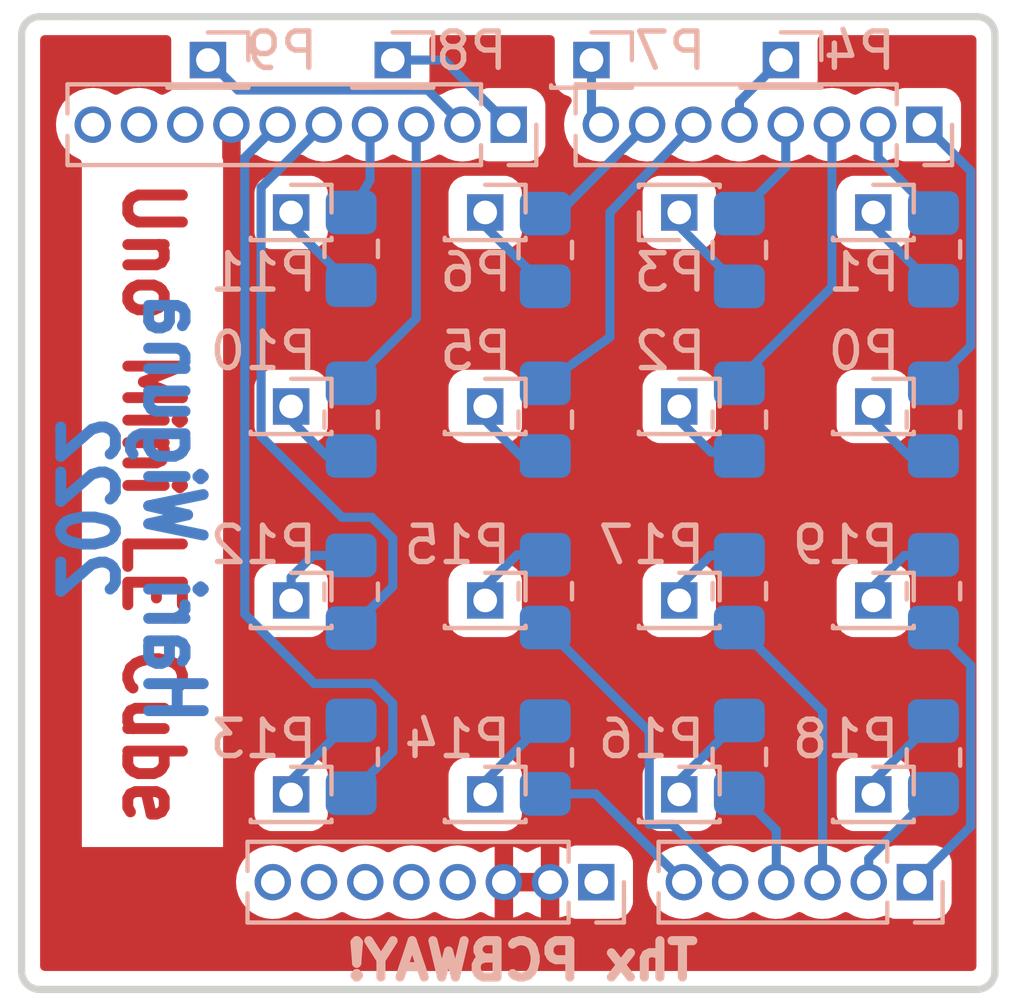
<source format=kicad_pcb>
(kicad_pcb (version 20211014) (generator pcbnew)
  (layers (0 "F.Cu" signal) (31 "B.Cu" signal) (34 "B.Paste" user) (35 "F.Paste" user) (36 "B.SilkS" user "B.Silkscreen") (37 "F.SilkS" user "F.Silkscreen") (38 "B.Mask" user) (39 "F.Mask" user) (44 "Edge.Cuts" user))
  (net 0 "")
  (net 1 "/D0")
  (net 2 "/D1")
  (net 3 "/D2")
  (net 4 "/D3")
  (net 5 "/D4")
  (net 6 "/D5")
  (net 7 "/D6")
  (net 8 "/D7")
  (net 9 "/A0")
  (net 10 "/A1")
  (net 11 "/A2")
  (net 12 "/A3")
  (net 13 "/NC")
  (net 14 "/RST")
  (net 15 "/+3")
  (net 16 "/+5")
  (net 17 "/GND")
  (net 18 "/VIN")
  (net 19 "Net-(P0-Pad1)")
  (net 20 "Net-(P1-Pad1)")
  (net 21 "Net-(P2-Pad1)")
  (net 22 "Net-(P3-Pad1)")
  (net 23 "Net-(P5-Pad1)")
  (net 24 "Net-(P6-Pad1)")
  (net 25 "Net-(P10-Pad1)")
  (net 26 "Net-(P11-Pad1)")
  (net 27 "/D8")
  (net 28 "/D9")
  (net 29 "/D10")
  (net 30 "/D11")
  (net 31 "/D12")
  (net 32 "/D13")
  (net 33 "/AREF")
  (net 34 "/A4")
  (net 35 "/A5")
  (net 36 "/IREF")
  (net 37 "Net-(P12-Pad1)")
  (net 38 "Net-(P13-Pad1)")
  (net 39 "Net-(P14-Pad1)")
  (net 40 "Net-(P15-Pad1)")
  (net 41 "Net-(P16-Pad1)")
  (net 42 "Net-(P17-Pad1)")
  (net 43 "Net-(P18-Pad1)")
  (net 44 "Net-(P19-Pad1)")
  (net 45 "/SDA")
  (net 46 "/SCL")
  (footprint "UnoMiniCube:PinHeader_1x01_P1.27mm_Vertical_Hari" (layer "B.Cu") (at 163.449 97.917 180)
    (fp_text reference "P18" (at 0.762 1.524) (layer "B.SilkS") (effects (justify mirror)))
    (fp_text value "Conn_01x01_Male" hide)
    (fp_line (start -1.11 -0.76) (end -1.11 -0.695) (layer "B.SilkS") (width 0.12))
    (fp_line (start -1.11 0) (end -1.11 0.76) (layer "B.SilkS") (width 0.12))
    (fp_line (start 1.11 -0.76) (end 1.11 -0.695) (layer "B.SilkS") (width 0.12))
    (fp_line (start -1.11 0.76) (end 0 0.76) (layer "B.SilkS") (width 0.12))
    (fp_line (start -1.11 -0.76) (end -0.563471 -0.76) (layer "B.SilkS") (width 0.12))
    (fp_line (start -1.11 -0.76) (end 1.11 -0.76) (layer "B.SilkS") (width 0.12))
    (fp_line (start 0.563471 -0.76) (end 1.11 -0.76) (layer "B.SilkS") (width 0.12))
    (pad "1" thru_hole rect (at 0 0 180) (size 1 1) (drill 0.65) (layers *.Cu *.Mask) (net 43 "Net-(P18-Pad1)"))
  )
  (footprint "Resistor_SMD:R_0805_2012Metric_Pad1.20x1.40mm_HandSolder" (layer "B.Cu") (at 149.098 96.885 -90)
    (fp_text reference "R14" hide)
    (fp_text value "1K" hide)
    (fp_line (start -0.227064 -0.735) (end 0.227064 -0.735) (layer "B.SilkS") (width 0.12))
    (fp_line (start -0.227064 0.735) (end 0.227064 0.735) (layer "B.SilkS") (width 0.12))
    (pad "1" smd roundrect (at -1 0 270) (size 1.2 1.4) (layers "B.Cu" "B.Paste" "B.Mask") (roundrect_rratio 0.2083333333) (net 38 "Net-(P13-Pad1)"))
    (pad "2" smd roundrect (at 1 0 270) (size 1.2 1.4) (layers "B.Cu" "B.Paste" "B.Mask") (roundrect_rratio 0.2083333333) (net 32 "/D13"))
  )
  (footprint "Resistor_SMD:R_0805_2012Metric_Pad1.20x1.40mm_HandSolder" (layer "B.Cu") (at 165.1 96.901 -90)
    (fp_text reference "R16" hide)
    (fp_text value "1K" hide)
    (fp_line (start -0.227064 0.735) (end 0.227064 0.735) (layer "B.SilkS") (width 0.12))
    (fp_line (start -0.227064 -0.735) (end 0.227064 -0.735) (layer "B.SilkS") (width 0.12))
    (pad "1" smd roundrect (at -1 0 270) (size 1.2 1.4) (layers "B.Cu" "B.Paste" "B.Mask") (roundrect_rratio 0.2083333333) (net 43 "Net-(P18-Pad1)"))
    (pad "2" smd roundrect (at 1 0 270) (size 1.2 1.4) (layers "B.Cu" "B.Paste" "B.Mask") (roundrect_rratio 0.2083333333) (net 34 "/A4"))
  )
  (footprint "Resistor_SMD:R_0805_2012Metric_Pad1.20x1.40mm_HandSolder" (layer "B.Cu") (at 154.432 87.612 90)
    (fp_text reference "R6" hide)
    (fp_text value "1K" hide)
    (fp_line (start -0.227064 -0.735) (end 0.227064 -0.735) (layer "B.SilkS") (width 0.12))
    (fp_line (start -0.227064 0.735) (end 0.227064 0.735) (layer "B.SilkS") (width 0.12))
    (pad "1" smd roundrect (at -1 0 90) (size 1.2 1.4) (layers "B.Cu" "B.Paste" "B.Mask") (roundrect_rratio 0.2083333333) (net 23 "Net-(P5-Pad1)"))
    (pad "2" smd roundrect (at 1 0 90) (size 1.2 1.4) (layers "B.Cu" "B.Paste" "B.Mask") (roundrect_rratio 0.2083333333) (net 6 "/D5"))
  )
  (footprint "Connector_PinHeader_1.27mm:PinHeader_1x08_P1.27mm_Vertical" (layer "B.Cu") (at 164.851 79.502 90)
    (fp_text reference "J1" hide)
    (fp_text value "Conn_01x08_Male" hide)
    (fp_line (start -1.11 0) (end -1.11 0.76) (layer "B.SilkS") (width 0.12))
    (fp_line (start -1.11 -9.585) (end -0.30753 -9.585) (layer "B.SilkS") (width 0.12))
    (fp_line (start 0.30753 -9.585) (end 1.11 -9.585) (layer "B.SilkS") (width 0.12))
    (fp_line (start -1.11 -0.76) (end -0.563471 -0.76) (layer "B.SilkS") (width 0.12))
    (fp_line (start 0.563471 -0.76) (end 1.11 -0.76) (layer "B.SilkS") (width 0.12))
    (fp_line (start -1.11 0.76) (end 0 0.76) (layer "B.SilkS") (width 0.12))
    (fp_line (start -1.11 -0.76) (end -1.11 -9.585) (layer "B.SilkS") (width 0.12))
    (fp_line (start 1.11 -0.76) (end 1.11 -9.585) (layer "B.SilkS") (width 0.12))
    (pad "1" thru_hole rect (at 0 0 90) (size 1 1) (drill 0.65) (layers *.Cu *.Mask) (net 1 "/D0"))
    (pad "2" thru_hole oval (at 0 -1.27 90) (size 1 1) (drill 0.65) (layers *.Cu *.Mask) (net 2 "/D1"))
    (pad "3" thru_hole oval (at 0 -2.54 90) (size 1 1) (drill 0.65) (layers *.Cu *.Mask) (net 3 "/D2"))
    (pad "4" thru_hole oval (at 0 -3.81 90) (size 1 1) (drill 0.65) (layers *.Cu *.Mask) (net 4 "/D3"))
    (pad "5" thru_hole oval (at 0 -5.08 90) (size 1 1) (drill 0.65) (layers *.Cu *.Mask) (net 5 "/D4"))
    (pad "6" thru_hole oval (at 0 -6.35 90) (size 1 1) (drill 0.65) (layers *.Cu *.Mask) (net 6 "/D5"))
    (pad "7" thru_hole oval (at 0 -7.62 90) (size 1 1) (drill 0.65) (layers *.Cu *.Mask) (net 7 "/D6"))
    (pad "8" thru_hole oval locked (at 0 -8.89 90) (size 1 1) (drill 0.65) (layers *.Cu *.Mask) (net 8 "/D7"))
  )
  (footprint "UnoMiniCube:PinHeader_1x01_P1.27mm_Vertical_Hari" (layer "B.Cu") (at 150.241 77.724 180)
    (fp_text reference "P8" (at -2.159 0.254) (layer "B.SilkS") (effects (justify mirror)))
    (fp_text value "Conn_01x01_Male" hide)
    (fp_line (start 0.563471 -0.76) (end 1.11 -0.76) (layer "B.SilkS") (width 0.12))
    (fp_line (start -1.11 0) (end -1.11 0.76) (layer "B.SilkS") (width 0.12))
    (fp_line (start -1.11 -0.76) (end 1.11 -0.76) (layer "B.SilkS") (width 0.12))
    (fp_line (start -1.11 -0.76) (end -0.563471 -0.76) (layer "B.SilkS") (width 0.12))
    (fp_line (start -1.11 -0.76) (end -1.11 -0.695) (layer "B.SilkS") (width 0.12))
    (fp_line (start 1.11 -0.76) (end 1.11 -0.695) (layer "B.SilkS") (width 0.12))
    (fp_line (start -1.11 0.76) (end 0 0.76) (layer "B.SilkS") (width 0.12))
    (pad "1" thru_hole rect (at 0 0 180) (size 1 1) (drill 0.65) (layers *.Cu *.Mask) (net 27 "/D8"))
  )
  (footprint "Resistor_SMD:R_0805_2012Metric_Pad1.20x1.40mm_HandSolder" (layer "B.Cu") (at 165.1 87.612 90)
    (fp_text reference "R1" hide)
    (fp_text value "1K" hide)
    (fp_line (start -0.227064 0.735) (end 0.227064 0.735) (layer "B.SilkS") (width 0.12))
    (fp_line (start -0.227064 -0.735) (end 0.227064 -0.735) (layer "B.SilkS") (width 0.12))
    (pad "1" smd roundrect (at -1 0 90) (size 1.2 1.4) (layers "B.Cu" "B.Paste" "B.Mask") (roundrect_rratio 0.2083333333) (net 19 "Net-(P0-Pad1)"))
    (pad "2" smd roundrect (at 1 0 90) (size 1.2 1.4) (layers "B.Cu" "B.Paste" "B.Mask") (roundrect_rratio 0.2083333333) (net 1 "/D0"))
  )
  (footprint "UnoMiniCube:PinHeader_1x01_P1.27mm_Vertical_Hari" (layer "B.Cu") (at 147.447 97.917 180)
    (fp_text reference "P13" (at 0.762 1.524) (layer "B.SilkS") (effects (justify mirror)))
    (fp_text value "Conn_01x01_Male" hide)
    (fp_line (start -1.11 0) (end -1.11 0.76) (layer "B.SilkS") (width 0.12))
    (fp_line (start -1.11 -0.76) (end -0.563471 -0.76) (layer "B.SilkS") (width 0.12))
    (fp_line (start 1.11 -0.76) (end 1.11 -0.695) (layer "B.SilkS") (width 0.12))
    (fp_line (start -1.11 0.76) (end 0 0.76) (layer "B.SilkS") (width 0.12))
    (fp_line (start -1.11 -0.76) (end 1.11 -0.76) (layer "B.SilkS") (width 0.12))
    (fp_line (start 0.563471 -0.76) (end 1.11 -0.76) (layer "B.SilkS") (width 0.12))
    (fp_line (start -1.11 -0.76) (end -1.11 -0.695) (layer "B.SilkS") (width 0.12))
    (pad "1" thru_hole rect (at 0 0 180) (size 1 1) (drill 0.65) (layers *.Cu *.Mask) (net 38 "Net-(P13-Pad1)"))
  )
  (footprint "Connector_PinHeader_1.27mm:PinHeader_1x10_P1.27mm_Vertical" (layer "B.Cu") (at 153.426 79.502 90)
    (fp_text reference "J2" hide)
    (fp_text value "Conn_01x10_Male" hide)
    (fp_line (start -1.11 0) (end -1.11 0.76) (layer "B.SilkS") (width 0.12))
    (fp_line (start -1.11 -12.125) (end -0.30753 -12.125) (layer "B.SilkS") (width 0.12))
    (fp_line (start 0.30753 -12.125) (end 1.11 -12.125) (layer "B.SilkS") (width 0.12))
    (fp_line (start 1.11 -0.76) (end 1.11 -12.125) (layer "B.SilkS") (width 0.12))
    (fp_line (start -1.11 -0.76) (end -0.563471 -0.76) (layer "B.SilkS") (width 0.12))
    (fp_line (start 0.563471 -0.76) (end 1.11 -0.76) (layer "B.SilkS") (width 0.12))
    (fp_line (start -1.11 -0.76) (end -1.11 -12.125) (layer "B.SilkS") (width 0.12))
    (fp_line (start -1.11 0.76) (end 0 0.76) (layer "B.SilkS") (width 0.12))
    (pad "1" thru_hole rect (at 0 0 90) (size 1 1) (drill 0.65) (layers *.Cu *.Mask) (net 27 "/D8"))
    (pad "2" thru_hole oval (at 0 -1.27 90) (size 1 1) (drill 0.65) (layers *.Cu *.Mask) (net 28 "/D9"))
    (pad "3" thru_hole oval locked (at 0 -2.54 90) (size 1 1) (drill 0.65) (layers *.Cu *.Mask) (net 29 "/D10"))
    (pad "4" thru_hole oval (at 0 -3.81 90) (size 1 1) (drill 0.65) (layers *.Cu *.Mask) (net 30 "/D11"))
    (pad "5" thru_hole oval (at 0 -5.08 90) (size 1 1) (drill 0.65) (layers *.Cu *.Mask) (net 31 "/D12"))
    (pad "6" thru_hole oval (at 0 -6.35 90) (size 1 1) (drill 0.65) (layers *.Cu *.Mask) (net 32 "/D13"))
    (pad "7" thru_hole oval (at 0 -7.62 90) (size 1 1) (drill 0.65) (layers *.Cu *.Mask) (net 17 "/GND"))
    (pad "8" thru_hole oval (at 0 -8.89 90) (size 1 1) (drill 0.65) (layers *.Cu *.Mask) (net 33 "/AREF"))
    (pad "9" thru_hole oval (at 0 -10.16 90) (size 1 1) (drill 0.65) (layers *.Cu *.Mask) (net 45 "/SDA"))
    (pad "10" thru_hole oval (at 0 -11.43 90) (size 1 1) (drill 0.65) (layers *.Cu *.Mask) (net 46 "/SCL"))
  )
  (footprint "Resistor_SMD:R_0805_2012Metric_Pad1.20x1.40mm_HandSolder" (layer "B.Cu") (at 154.432 92.329 -90)
    (fp_text reference "R18" hide)
    (fp_text value "1K" hide)
    (fp_line (start -0.227064 0.735) (end 0.227064 0.735) (layer "B.SilkS") (width 0.12))
    (fp_line (start -0.227064 -0.735) (end 0.227064 -0.735) (layer "B.SilkS") (width 0.12))
    (pad "1" smd roundrect (at -1 0 270) (size 1.2 1.4) (layers "B.Cu" "B.Paste" "B.Mask") (roundrect_rratio 0.2083333333) (net 40 "Net-(P15-Pad1)"))
    (pad "2" smd roundrect (at 1 0 270) (size 1.2 1.4) (layers "B.Cu" "B.Paste" "B.Mask") (roundrect_rratio 0.2083333333) (net 10 "/A1"))
  )
  (footprint "Resistor_SMD:R_0805_2012Metric_Pad1.20x1.40mm_HandSolder" (layer "B.Cu") (at 149.098 82.915 90)
    (fp_text reference "R12" hide)
    (fp_text value "1K")
    (fp_line (start -0.227064 0.735) (end 0.227064 0.735) (layer "B.SilkS") (width 0.12))
    (fp_line (start -0.227064 -0.735) (end 0.227064 -0.735) (layer "B.SilkS") (width 0.12))
    (pad "1" smd roundrect (at -1 0 90) (size 1.2 1.4) (layers "B.Cu" "B.Paste" "B.Mask") (roundrect_rratio 0.2083333333) (net 26 "Net-(P11-Pad1)"))
    (pad "2" smd roundrect (at 1 0 90) (size 1.2 1.4) (layers "B.Cu" "B.Paste" "B.Mask") (roundrect_rratio 0.2083333333) (net 30 "/D11"))
  )
  (footprint "UnoMiniCube:PinHeader_1x01_P1.27mm_Vertical_Hari" (layer "B.Cu") (at 158.115 92.583 180)
    (fp_text reference "P17" (at 0.762 1.524) (layer "B.SilkS") (effects (justify mirror)))
    (fp_text value "Conn_01x01_Male" hide)
    (fp_line (start -1.11 0) (end -1.11 0.76) (layer "B.SilkS") (width 0.12))
    (fp_line (start -1.11 -0.76) (end -1.11 -0.695) (layer "B.SilkS") (width 0.12))
    (fp_line (start -1.11 -0.76) (end 1.11 -0.76) (layer "B.SilkS") (width 0.12))
    (fp_line (start -1.11 -0.76) (end -0.563471 -0.76) (layer "B.SilkS") (width 0.12))
    (fp_line (start 1.11 -0.76) (end 1.11 -0.695) (layer "B.SilkS") (width 0.12))
    (fp_line (start -1.11 0.76) (end 0 0.76) (layer "B.SilkS") (width 0.12))
    (fp_line (start 0.563471 -0.76) (end 1.11 -0.76) (layer "B.SilkS") (width 0.12))
    (pad "1" thru_hole rect (at 0 0 180) (size 1 1) (drill 0.65) (layers *.Cu *.Mask) (net 42 "Net-(P17-Pad1)"))
  )
  (footprint "UnoMiniCube:PinHeader_1x01_P1.27mm_Vertical_Hari" (layer "B.Cu") (at 158.115 87.249 180)
    (fp_text reference "P2" (at 0.254 1.524) (layer "B.SilkS") (effects (justify mirror)))
    (fp_text value "Conn_01x01_Male" hide)
    (fp_line (start 1.11 -0.76) (end 1.11 -0.695) (layer "B.SilkS") (width 0.12))
    (fp_line (start -1.11 0.76) (end 0 0.76) (layer "B.SilkS") (width 0.12))
    (fp_line (start -1.11 0) (end -1.11 0.76) (layer "B.SilkS") (width 0.12))
    (fp_line (start -1.11 -0.76) (end 1.11 -0.76) (layer "B.SilkS") (width 0.12))
    (fp_line (start 0.563471 -0.76) (end 1.11 -0.76) (layer "B.SilkS") (width 0.12))
    (fp_line (start -1.11 -0.76) (end -1.11 -0.695) (layer "B.SilkS") (width 0.12))
    (fp_line (start -1.11 -0.76) (end -0.563471 -0.76) (layer "B.SilkS") (width 0.12))
    (pad "1" thru_hole rect (at 0 0 180) (size 1 1) (drill 0.65) (layers *.Cu *.Mask) (net 21 "Net-(P2-Pad1)"))
  )
  (footprint "Resistor_SMD:R_0805_2012Metric_Pad1.20x1.40mm_HandSolder" (layer "B.Cu") (at 159.766 92.329 -90)
    (fp_text reference "R5" hide)
    (fp_text value "1K" hide)
    (fp_line (start -0.227064 -0.735) (end 0.227064 -0.735) (layer "B.SilkS") (width 0.12))
    (fp_line (start -0.227064 0.735) (end 0.227064 0.735) (layer "B.SilkS") (width 0.12))
    (pad "1" smd roundrect (at -1 0 270) (size 1.2 1.4) (layers "B.Cu" "B.Paste" "B.Mask") (roundrect_rratio 0.2083333333) (net 42 "Net-(P17-Pad1)"))
    (pad "2" smd roundrect (at 1 0 270) (size 1.2 1.4) (layers "B.Cu" "B.Paste" "B.Mask") (roundrect_rratio 0.2083333333) (net 12 "/A3"))
  )
  (footprint "Resistor_SMD:R_0805_2012Metric_Pad1.20x1.40mm_HandSolder" (layer "B.Cu") (at 159.766 87.612 90)
    (fp_text reference "R3" hide)
    (fp_text value "1K" hide)
    (fp_line (start -0.227064 -0.735) (end 0.227064 -0.735) (layer "B.SilkS") (width 0.12))
    (fp_line (start -0.227064 0.735) (end 0.227064 0.735) (layer "B.SilkS") (width 0.12))
    (pad "1" smd roundrect (at -1 0 90) (size 1.2 1.4) (layers "B.Cu" "B.Paste" "B.Mask") (roundrect_rratio 0.2083333333) (net 21 "Net-(P2-Pad1)"))
    (pad "2" smd roundrect (at 1 0 90) (size 1.2 1.4) (layers "B.Cu" "B.Paste" "B.Mask") (roundrect_rratio 0.2083333333) (net 3 "/D2"))
  )
  (footprint "Connector_PinHeader_1.27mm:PinHeader_1x08_P1.27mm_Vertical" (layer "B.Cu") (at 155.834 100.33 90)
    (fp_text reference "J4" hide)
    (fp_text value "Conn_01x08_Male" hide)
    (fp_line (start -1.11 0.76) (end 0 0.76) (layer "B.SilkS") (width 0.12))
    (fp_line (start 0.30753 -9.585) (end 1.11 -9.585) (layer "B.SilkS") (width 0.12))
    (fp_line (start -1.11 -0.76) (end -0.563471 -0.76) (layer "B.SilkS") (width 0.12))
    (fp_line (start 1.11 -0.76) (end 1.11 -9.585) (layer "B.SilkS") (width 0.12))
    (fp_line (start -1.11 -0.76) (end -1.11 -9.585) (layer "B.SilkS") (width 0.12))
    (fp_line (start 0.563471 -0.76) (end 1.11 -0.76) (layer "B.SilkS") (width 0.12))
    (fp_line (start -1.11 -9.585) (end -0.30753 -9.585) (layer "B.SilkS") (width 0.12))
    (fp_line (start -1.11 0) (end -1.11 0.76) (layer "B.SilkS") (width 0.12))
    (pad "1" thru_hole rect locked (at 0 0 90) (size 1 1) (drill 0.65) (layers *.Cu *.Mask) (net 18 "/VIN"))
    (pad "2" thru_hole oval (at 0 -1.27 90) (size 1 1) (drill 0.65) (layers *.Cu *.Mask) (net 17 "/GND"))
    (pad "3" thru_hole oval (at 0 -2.54 90) (size 1 1) (drill 0.65) (layers *.Cu *.Mask) (net 17 "/GND"))
    (pad "4" thru_hole oval (at 0 -3.81 90) (size 1 1) (drill 0.65) (layers *.Cu *.Mask) (net 16 "/+5"))
    (pad "5" thru_hole oval (at 0 -5.08 90) (size 1 1) (drill 0.65) (layers *.Cu *.Mask) (net 15 "/+3"))
    (pad "6" thru_hole oval (at 0 -6.35 90) (size 1 1) (drill 0.65) (layers *.Cu *.Mask) (net 14 "/RST"))
    (pad "7" thru_hole oval (at 0 -7.62 90) (size 1 1) (drill 0.65) (layers *.Cu *.Mask) (net 36 "/IREF"))
    (pad "8" thru_hole oval (at 0 -8.89 90) (size 1 1) (drill 0.65) (layers *.Cu *.Mask) (net 13 "/NC"))
  )
  (footprint "Resistor_SMD:R_0805_2012Metric_Pad1.20x1.40mm_HandSolder" (layer "B.Cu") (at 165.1 82.931 90)
    (fp_text reference "R2" hide)
    (fp_text value "1K" hide)
    (fp_line (start -0.227064 -0.735) (end 0.227064 -0.735) (layer "B.SilkS") (width 0.12))
    (fp_line (start -0.227064 0.735) (end 0.227064 0.735) (layer "B.SilkS") (width 0.12))
    (pad "1" smd roundrect (at -1 0 90) (size 1.2 1.4) (layers "B.Cu" "B.Paste" "B.Mask") (roundrect_rratio 0.2083333333) (net 20 "Net-(P1-Pad1)"))
    (pad "2" smd roundrect (at 1 0 90) (size 1.2 1.4) (layers "B.Cu" "B.Paste" "B.Mask") (roundrect_rratio 0.2083333333) (net 2 "/D1"))
  )
  (footprint "UnoMiniCube:PinHeader_1x01_P1.27mm_Vertical_Hari" (layer "B.Cu") (at 160.909 77.724 180)
    (fp_text reference "P4" (at -2.159 0.254) (layer "B.SilkS") (effects (justify mirror)))
    (fp_text value "Conn_01x01_Male" hide)
    (fp_line (start -1.11 0) (end -1.11 0.76) (layer "B.SilkS") (width 0.12))
    (fp_line (start -1.11 -0.76) (end 1.11 -0.76) (layer "B.SilkS") (width 0.12))
    (fp_line (start -1.11 0.76) (end 0 0.76) (layer "B.SilkS") (width 0.12))
    (fp_line (start -1.11 -0.76) (end -0.563471 -0.76) (layer "B.SilkS") (width 0.12))
    (fp_line (start 1.11 -0.76) (end 1.11 -0.695) (layer "B.SilkS") (width 0.12))
    (fp_line (start -1.11 -0.76) (end -1.11 -0.695) (layer "B.SilkS") (width 0.12))
    (fp_line (start 0.563471 -0.76) (end 1.11 -0.76) (layer "B.SilkS") (width 0.12))
    (pad "1" thru_hole rect (at 0 0 180) (size 1 1) (drill 0.65) (layers *.Cu *.Mask) (net 5 "/D4"))
  )
  (footprint "Connector_PinHeader_1.27mm:PinHeader_1x06_P1.27mm_Vertical" (layer "B.Cu") (at 164.592 100.33 90)
    (fp_text reference "J3" hide)
    (fp_text value "Conn_01x06_Male" hide)
    (fp_line (start 1.11 -0.76) (end 1.11 -7.045) (layer "B.SilkS") (width 0.12))
    (fp_line (start -1.11 -0.76) (end -0.563471 -0.76) (layer "B.SilkS") (width 0.12))
    (fp_line (start -1.11 -7.045) (end -0.30753 -7.045) (layer "B.SilkS") (width 0.12))
    (fp_line (start -1.11 0.76) (end 0 0.76) (layer "B.SilkS") (width 0.12))
    (fp_line (start 0.563471 -0.76) (end 1.11 -0.76) (layer "B.SilkS") (width 0.12))
    (fp_line (start -1.11 -0.76) (end -1.11 -7.045) (layer "B.SilkS") (width 0.12))
    (fp_line (start 0.30753 -7.045) (end 1.11 -7.045) (layer "B.SilkS") (width 0.12))
    (fp_line (start -1.11 0) (end -1.11 0.76) (layer "B.SilkS") (width 0.12))
    (pad "1" thru_hole rect locked (at 0 0 90) (size 1 1) (drill 0.65) (layers *.Cu *.Mask) (net 35 "/A5"))
    (pad "2" thru_hole oval (at 0 -1.27 90) (size 1 1) (drill 0.65) (layers *.Cu *.Mask) (net 34 "/A4"))
    (pad "3" thru_hole oval (at 0 -2.54 90) (size 1 1) (drill 0.65) (layers *.Cu *.Mask) (net 12 "/A3"))
    (pad "4" thru_hole oval (at 0 -3.81 90) (size 1 1) (drill 0.65) (layers *.Cu *.Mask) (net 11 "/A2"))
    (pad "5" thru_hole oval (at 0 -5.08 90) (size 1 1) (drill 0.65) (layers *.Cu *.Mask) (net 10 "/A1"))
    (pad "6" thru_hole oval (at 0 -6.35 90) (size 1 1) (drill 0.65) (layers *.Cu *.Mask) (net 9 "/A0"))
  )
  (footprint "UnoMiniCube:PinHeader_1x01_P1.27mm_Vertical_Hari" (layer "B.Cu") (at 163.449 87.249 180)
    (fp_text reference "P0" (at 0.254 1.524) (layer "B.SilkS") (effects (justify mirror)))
    (fp_text value "Conn_01x01_Male" hide)
    (fp_line (start -1.11 -0.76) (end 1.11 -0.76) (layer "B.SilkS") (width 0.12))
    (fp_line (start -1.11 -0.76) (end -0.563471 -0.76) (layer "B.SilkS") (width 0.12))
    (fp_line (start 1.11 -0.76) (end 1.11 -0.695) (layer "B.SilkS") (width 0.12))
    (fp_line (start -1.11 0.76) (end 0 0.76) (layer "B.SilkS") (width 0.12))
    (fp_line (start -1.11 -0.76) (end -1.11 -0.695) (layer "B.SilkS") (width 0.12))
    (fp_line (start -1.11 0) (end -1.11 0.76) (layer "B.SilkS") (width 0.12))
    (fp_line (start 0.563471 -0.76) (end 1.11 -0.76) (layer "B.SilkS") (width 0.12))
    (pad "1" thru_hole rect (at 0 0 180) (size 1 1) (drill 0.65) (layers *.Cu *.Mask) (net 19 "Net-(P0-Pad1)"))
  )
  (footprint "Resistor_SMD:R_0805_2012Metric_Pad1.20x1.40mm_HandSolder" (layer "B.Cu") (at 159.766 96.885 -90)
    (fp_text reference "R17" hide)
    (fp_text value "1K" hide)
    (fp_line (start -0.227064 0.735) (end 0.227064 0.735) (layer "B.SilkS") (width 0.12))
    (fp_line (start -0.227064 -0.735) (end 0.227064 -0.735) (layer "B.SilkS") (width 0.12))
    (pad "1" smd roundrect (at -1 0 270) (size 1.2 1.4) (layers "B.Cu" "B.Paste" "B.Mask") (roundrect_rratio 0.2083333333) (net 41 "Net-(P16-Pad1)"))
    (pad "2" smd roundrect (at 1 0 270) (size 1.2 1.4) (layers "B.Cu" "B.Paste" "B.Mask") (roundrect_rratio 0.2083333333) (net 11 "/A2"))
  )
  (footprint "UnoMiniCube:PinHeader_1x01_P1.27mm_Vertical_Hari" (layer "B.Cu") (at 147.447 81.915 180)
    (fp_text reference "P11" (at 0.762 -1.651) (layer "B.SilkS") (effects (justify mirror)))
    (fp_text value "Conn_01x01_Male" hide)
    (fp_line (start -1.11 -0.76) (end 1.11 -0.76) (layer "B.SilkS") (width 0.12))
    (fp_line (start -1.11 0) (end -1.11 0.76) (layer "B.SilkS") (width 0.12))
    (fp_line (start 1.11 -0.76) (end 1.11 -0.695) (layer "B.SilkS") (width 0.12))
    (fp_line (start -1.11 0.76) (end 0 0.76) (layer "B.SilkS") (width 0.12))
    (fp_line (start -1.11 -0.76) (end -0.563471 -0.76) (layer "B.SilkS") (width 0.12))
    (fp_line (start -1.11 -0.76) (end -1.11 -0.695) (layer "B.SilkS") (width 0.12))
    (fp_line (start 0.563471 -0.76) (end 1.11 -0.76) (layer "B.SilkS") (width 0.12))
    (pad "1" thru_hole rect (at 0 0 180) (size 1 1) (drill 0.65) (layers *.Cu *.Mask) (net 26 "Net-(P11-Pad1)"))
  )
  (footprint "UnoMiniCube:PinHeader_1x01_P1.27mm_Vertical_Hari" (layer "B.Cu") (at 152.781 81.915 180)
    (fp_text reference "P6" (at 0.254 -1.651) (layer "B.SilkS") (effects (justify mirror)))
    (fp_text value "Conn_01x01_Male" hide)
    (fp_line (start -1.11 0.76) (end 0 0.76) (layer "B.SilkS") (width 0.12))
    (fp_line (start -1.11 -0.76) (end -0.563471 -0.76) (layer "B.SilkS") (width 0.12))
    (fp_line (start 0.563471 -0.76) (end 1.11 -0.76) (layer "B.SilkS") (width 0.12))
    (fp_line (start -1.11 -0.76) (end 1.11 -0.76) (layer "B.SilkS") (width 0.12))
    (fp_line (start -1.11 0) (end -1.11 0.76) (layer "B.SilkS") (width 0.12))
    (fp_line (start -1.11 -0.76) (end -1.11 -0.695) (layer "B.SilkS") (width 0.12))
    (fp_line (start 1.11 -0.76) (end 1.11 -0.695) (layer "B.SilkS") (width 0.12))
    (pad "1" thru_hole rect (at 0 0 180) (size 1 1) (drill 0.65) (layers *.Cu *.Mask) (net 24 "Net-(P6-Pad1)"))
  )
  (footprint "Resistor_SMD:R_0805_2012Metric_Pad1.20x1.40mm_HandSolder" (layer "B.Cu") (at 165.1 92.329 -90)
    (fp_text reference "R15" hide)
    (fp_text value "1K")
    (fp_line (start -0.227064 -0.735) (end 0.227064 -0.735) (layer "B.SilkS") (width 0.12))
    (fp_line (start -0.227064 0.735) (end 0.227064 0.735) (layer "B.SilkS") (width 0.12))
    (pad "1" smd roundrect (at -1 0 270) (size 1.2 1.4) (layers "B.Cu" "B.Paste" "B.Mask") (roundrect_rratio 0.2083333333) (net 44 "Net-(P19-Pad1)"))
    (pad "2" smd roundrect (at 1 0 270) (size 1.2 1.4) (layers "B.Cu" "B.Paste" "B.Mask") (roundrect_rratio 0.2083333333) (net 35 "/A5"))
  )
  (footprint "Resistor_SMD:R_0805_2012Metric_Pad1.20x1.40mm_HandSolder" (layer "B.Cu") (at 154.432 96.901 -90)
    (fp_text reference "R19" hide)
    (fp_text value "1K" hide)
    (fp_line (start -0.227064 0.735) (end 0.227064 0.735) (layer "B.SilkS") (width 0.12))
    (fp_line (start -0.227064 -0.735) (end 0.227064 -0.735) (layer "B.SilkS") (width 0.12))
    (pad "1" smd roundrect (at -1 0 270) (size 1.2 1.4) (layers "B.Cu" "B.Paste" "B.Mask") (roundrect_rratio 0.2083333333) (net 39 "Net-(P14-Pad1)"))
    (pad "2" smd roundrect (at 1 0 270) (size 1.2 1.4) (layers "B.Cu" "B.Paste" "B.Mask") (roundrect_rratio 0.2083333333) (net 9 "/A0"))
  )
  (footprint "Resistor_SMD:R_0805_2012Metric_Pad1.20x1.40mm_HandSolder" (layer "B.Cu") (at 149.098 92.345 -90)
    (fp_text reference "R13" hide)
    (fp_text value "1K" hide)
    (fp_line (start -0.227064 -0.735) (end 0.227064 -0.735) (layer "B.SilkS") (width 0.12))
    (fp_line (start -0.227064 0.735) (end 0.227064 0.735) (layer "B.SilkS") (width 0.12))
    (pad "1" smd roundrect (at -1 0 270) (size 1.2 1.4) (layers "B.Cu" "B.Paste" "B.Mask") (roundrect_rratio 0.2083333333) (net 37 "Net-(P12-Pad1)"))
    (pad "2" smd roundrect (at 1 0 270) (size 1.2 1.4) (layers "B.Cu" "B.Paste" "B.Mask") (roundrect_rratio 0.2083333333) (net 31 "/D12"))
  )
  (footprint "UnoMiniCube:PinHeader_1x01_P1.27mm_Vertical_Hari" (layer "B.Cu") (at 155.702 77.724 180)
    (fp_text reference "P7" (at -2.159 0.254) (layer "B.SilkS") (effects (justify mirror)))
    (fp_text value "Conn_01x01_Male" hide)
    (fp_line (start -1.11 -0.76) (end -1.11 -0.695) (layer "B.SilkS") (width 0.12))
    (fp_line (start -1.11 0) (end -1.11 0.76) (layer "B.SilkS") (width 0.12))
    (fp_line (start -1.11 -0.76) (end -0.563471 -0.76) (layer "B.SilkS") (width 0.12))
    (fp_line (start 0.563471 -0.76) (end 1.11 -0.76) (layer "B.SilkS") (width 0.12))
    (fp_line (start -1.11 -0.76) (end 1.11 -0.76) (layer "B.SilkS") (width 0.12))
    (fp_line (start 1.11 -0.76) (end 1.11 -0.695) (layer "B.SilkS") (width 0.12))
    (fp_line (start -1.11 0.76) (end 0 0.76) (layer "B.SilkS") (width 0.12))
    (pad "1" thru_hole rect (at 0 0 180) (size 1 1) (drill 0.65) (layers *.Cu *.Mask) (net 8 "/D7"))
  )
  (footprint "Resistor_SMD:R_0805_2012Metric_Pad1.20x1.40mm_HandSolder" (layer "B.Cu") (at 149.098 87.612 90)
    (fp_text reference "R11" hide)
    (fp_text value "1K" hide)
    (fp_line (start -0.227064 -0.735) (end 0.227064 -0.735) (layer "B.SilkS") (width 0.12))
    (fp_line (start -0.227064 0.735) (end 0.227064 0.735) (layer "B.SilkS") (width 0.12))
    (pad "1" smd roundrect (at -1 0 90) (size 1.2 1.4) (layers "B.Cu" "B.Paste" "B.Mask") (roundrect_rratio 0.2083333333) (net 25 "Net-(P10-Pad1)"))
    (pad "2" smd roundrect (at 1 0 90) (size 1.2 1.4) (layers "B.Cu" "B.Paste" "B.Mask") (roundrect_rratio 0.2083333333) (net 29 "/D10"))
  )
  (footprint "UnoMiniCube:PinHeader_1x01_P1.27mm_Vertical_Hari" (layer "B.Cu") (at 152.781 92.583 180)
    (fp_text reference "P15" (at 0.762 1.524) (layer "B.SilkS") (effects (justify mirror)))
    (fp_text value "Conn_01x01_Male" hide)
    (fp_line (start 1.11 -0.76) (end 1.11 -0.695) (layer "B.SilkS") (width 0.12))
    (fp_line (start -1.11 0) (end -1.11 0.76) (layer "B.SilkS") (width 0.12))
    (fp_line (start -1.11 -0.76) (end 1.11 -0.76) (layer "B.SilkS") (width 0.12))
    (fp_line (start 0.563471 -0.76) (end 1.11 -0.76) (layer "B.SilkS") (width 0.12))
    (fp_line (start -1.11 0.76) (end 0 0.76) (layer "B.SilkS") (width 0.12))
    (fp_line (start -1.11 -0.76) (end -1.11 -0.695) (layer "B.SilkS") (width 0.12))
    (fp_line (start -1.11 -0.76) (end -0.563471 -0.76) (layer "B.SilkS") (width 0.12))
    (pad "1" thru_hole rect (at 0 0 180) (size 1 1) (drill 0.65) (layers *.Cu *.Mask) (net 40 "Net-(P15-Pad1)"))
  )
  (footprint "Resistor_SMD:R_0805_2012Metric_Pad1.20x1.40mm_HandSolder" (layer "B.Cu") (at 154.432 82.947 90)
    (fp_text reference "R7" hide)
    (fp_text value "1K" hide)
    (fp_line (start -0.227064 -0.735) (end 0.227064 -0.735) (layer "B.SilkS") (width 0.12))
    (fp_line (start -0.227064 0.735) (end 0.227064 0.735) (layer "B.SilkS") (width 0.12))
    (pad "1" smd roundrect (at -1 0 90) (size 1.2 1.4) (layers "B.Cu" "B.Paste" "B.Mask") (roundrect_rratio 0.2083333333) (net 24 "Net-(P6-Pad1)"))
    (pad "2" smd roundrect (at 1 0 90) (size 1.2 1.4) (layers "B.Cu" "B.Paste" "B.Mask") (roundrect_rratio 0.2083333333) (net 7 "/D6"))
  )
  (footprint "UnoMiniCube:PinHeader_1x01_P1.27mm_Vertical_Hari" (layer "B.Cu") (at 147.447 92.583 180)
    (fp_text reference "P12" (at 0.762 1.524) (layer "B.SilkS") (effects (justify mirror)))
    (fp_text value "Conn_01x01_Male" hide)
    (fp_line (start -1.11 0.76) (end 0 0.76) (layer "B.SilkS") (width 0.12))
    (fp_line (start 1.11 -0.76) (end 1.11 -0.695) (layer "B.SilkS") (width 0.12))
    (fp_line (start 0.563471 -0.76) (end 1.11 -0.76) (layer "B.SilkS") (width 0.12))
    (fp_line (start -1.11 -0.76) (end -1.11 -0.695) (layer "B.SilkS") (width 0.12))
    (fp_line (start -1.11 0) (end -1.11 0.76) (layer "B.SilkS") (width 0.12))
    (fp_line (start -1.11 -0.76) (end -0.563471 -0.76) (layer "B.SilkS") (width 0.12))
    (fp_line (start -1.11 -0.76) (end 1.11 -0.76) (layer "B.SilkS") (width 0.12))
    (pad "1" thru_hole rect (at 0 0 180) (size 1 1) (drill 0.65) (layers *.Cu *.Mask) (net 37 "Net-(P12-Pad1)"))
  )
  (footprint "UnoMiniCube:PinHeader_1x01_P1.27mm_Vertical_Hari" (layer "B.Cu") (at 152.781 97.917 180)
    (fp_text reference "P14" (at 0.762 1.524) (layer "B.SilkS") (effects (justify mirror)))
    (fp_text value "Conn_01x01_Male" hide)
    (fp_line (start 1.11 -0.76) (end 1.11 -0.695) (layer "B.SilkS") (width 0.12))
    (fp_line (start -1.11 -0.76) (end -0.563471 -0.76) (layer "B.SilkS") (width 0.12))
    (fp_line (start -1.11 0) (end -1.11 0.76) (layer "B.SilkS") (width 0.12))
    (fp_line (start 0.563471 -0.76) (end 1.11 -0.76) (layer "B.SilkS") (width 0.12))
    (fp_line (start -1.11 0.76) (end 0 0.76) (layer "B.SilkS") (width 0.12))
    (fp_line (start -1.11 -0.76) (end -1.11 -0.695) (layer "B.SilkS") (width 0.12))
    (fp_line (start -1.11 -0.76) (end 1.11 -0.76) (layer "B.SilkS") (width 0.12))
    (pad "1" thru_hole rect (at 0 0 180) (size 1 1) (drill 0.65) (layers *.Cu *.Mask) (net 39 "Net-(P14-Pad1)"))
  )
  (footprint "UnoMiniCube:PinHeader_1x01_P1.27mm_Vertical_Hari" (layer "B.Cu") (at 152.781 87.249 180)
    (fp_text reference "P5" (at 0.254 1.524) (layer "B.SilkS") (effects (justify mirror)))
    (fp_text value "Conn_01x01_Male" hide)
    (fp_line (start -1.11 -0.76) (end 1.11 -0.76) (layer "B.SilkS") (width 0.12))
    (fp_line (start -1.11 -0.76) (end -1.11 -0.695) (layer "B.SilkS") (width 0.12))
    (fp_line (start -1.11 -0.76) (end -0.563471 -0.76) (layer "B.SilkS") (width 0.12))
    (fp_line (start 0.563471 -0.76) (end 1.11 -0.76) (layer "B.SilkS") (width 0.12))
    (fp_line (start -1.11 0.76) (end 0 0.76) (layer "B.SilkS") (width 0.12))
    (fp_line (start -1.11 0) (end -1.11 0.76) (layer "B.SilkS") (width 0.12))
    (fp_line (start 1.11 -0.76) (end 1.11 -0.695) (layer "B.SilkS") (width 0.12))
    (pad "1" thru_hole rect (at 0 0 180) (size 1 1) (drill 0.65) (layers *.Cu *.Mask) (net 23 "Net-(P5-Pad1)"))
  )
  (footprint "UnoMiniCube:PinHeader_1x01_P1.27mm_Vertical_Hari" (layer "B.Cu") (at 163.449 81.915 180)
    (fp_text reference "P1" (at 0.254 -1.651) (layer "B.SilkS") (effects (justify mirror)))
    (fp_text value "Conn_01x01_Male" hide)
    (fp_line (start 1.11 -0.76) (end 1.11 -0.695) (layer "B.SilkS") (width 0.12))
    (fp_line (start -1.11 -0.76) (end -1.11 -0.695) (layer "B.SilkS") (width 0.12))
    (fp_line (start 0.563471 -0.76) (end 1.11 -0.76) (layer "B.SilkS") (width 0.12))
    (fp_line (start -1.11 0) (end -1.11 0.76) (layer "B.SilkS") (width 0.12))
    (fp_line (start -1.11 0.76) (end 0 0.76) (layer "B.SilkS") (width 0.12))
    (fp_line (start -1.11 -0.76) (end -0.563471 -0.76) (layer "B.SilkS") (width 0.12))
    (fp_line (start -1.11 -0.76) (end 1.11 -0.76) (layer "B.SilkS") (width 0.12))
    (pad "1" thru_hole rect (at 0 0 180) (size 1 1) (drill 0.65) (layers *.Cu *.Mask) (net 20 "Net-(P1-Pad1)"))
  )
  (footprint "UnoMiniCube:PinHeader_1x01_P1.27mm_Vertical_Hari" (layer "B.Cu") (at 158.115 97.917 180)
    (fp_text reference "P16" (at 0.762 1.524) (layer "B.SilkS") (effects (justify mirror)))
    (fp_text value "Conn_01x01_Male" hide)
    (fp_line (start -1.11 -0.76) (end -0.563471 -0.76) (layer "B.SilkS") (width 0.12))
    (fp_line (start -1.11 0) (end -1.11 0.76) (layer "B.SilkS") (width 0.12))
    (fp_line (start -1.11 -0.76) (end 1.11 -0.76) (layer "B.SilkS") (width 0.12))
    (fp_line (start 1.11 -0.76) (end 1.11 -0.695) (layer "B.SilkS") (width 0.12))
    (fp_line (start -1.11 0.76) (end 0 0.76) (layer "B.SilkS") (width 0.12))
    (fp_line (start -1.11 -0.76) (end -1.11 -0.695) (layer "B.SilkS") (width 0.12))
    (fp_line (start 0.563471 -0.76) (end 1.11 -0.76) (layer "B.SilkS") (width 0.12))
    (pad "1" thru_hole rect (at 0 0 180) (size 1 1) (drill 0.65) (layers *.Cu *.Mask) (net 41 "Net-(P16-Pad1)"))
  )
  (footprint "UnoMiniCube:PinHeader_1x01_P1.27mm_Vertical_Hari" (layer "B.Cu") (at 163.449 92.583 180)
    (fp_text reference "P19" (at 0.762 1.524) (layer "B.SilkS") (effects (justify mirror)))
    (fp_text value "Conn_01x01_Male" hide)
    (fp_line (start -1.11 -0.76) (end -1.11 -0.695) (layer "B.SilkS") (width 0.12))
    (fp_line (start -1.11 -0.76) (end 1.11 -0.76) (layer "B.SilkS") (width 0.12))
    (fp_line (start -1.11 0) (end -1.11 0.76) (layer "B.SilkS") (width 0.12))
    (fp_line (start -1.11 -0.76) (end -0.563471 -0.76) (layer "B.SilkS") (width 0.12))
    (fp_line (start 1.11 -0.76) (end 1.11 -0.695) (layer "B.SilkS") (width 0.12))
    (fp_line (start -1.11 0.76) (end 0 0.76) (layer "B.SilkS") (width 0.12))
    (fp_line (start 0.563471 -0.76) (end 1.11 -0.76) (layer "B.SilkS") (width 0.12))
    (pad "1" thru_hole rect (at 0 0 180) (size 1 1) (drill 0.65) (layers *.Cu *.Mask) (net 44 "Net-(P19-Pad1)"))
  )
  (footprint "UnoMiniCube:PinHeader_1x01_P1.27mm_Vertical_Hari" (layer "B.Cu") (at 158.115 81.915)
    (fp_text reference "P3" (at -0.254 1.651 180) (layer "B.SilkS") (effects (justify mirror)))
    (fp_text value "Conn_01x01_Male" hide)
    (fp_line (start 1.11 -0.76) (end 1.11 -0.695) (layer "B.SilkS") (width 0.12))
    (fp_line (start 0.563471 -0.76) (end 1.11 -0.76) (layer "B.SilkS") (width 0.12))
    (fp_line (start -1.11 -0.76) (end -0.563471 -0.76) (layer "B.SilkS") (width 0.12))
    (fp_line (start -1.11 -0.76) (end -1.11 -0.695) (layer "B.SilkS") (width 0.12))
    (fp_line (start -1.11 0) (end -1.11 0.76) (layer "B.SilkS") (width 0.12))
    (fp_line (start -1.11 -0.76) (end 1.11 -0.76) (layer "B.SilkS") (width 0.12))
    (fp_line (start -1.11 0.76) (end 0 0.76) (layer "B.SilkS") (width 0.12))
    (pad "1" thru_hole rect (at 0 0) (size 1 1) (drill 0.65) (layers *.Cu *.Mask) (net 22 "Net-(P3-Pad1)"))
  )
  (footprint "Resistor_SMD:R_0805_2012Metric_Pad1.20x1.40mm_HandSolder" (layer "B.Cu") (at 159.766 82.947 90)
    (fp_text reference "R4" hide)
    (fp_text value "1K" hide)
    (fp_line (start -0.227064 -0.735) (end 0.227064 -0.735) (layer "B.SilkS") (width 0.12))
    (fp_line (start -0.227064 0.735) (end 0.227064 0.735) (layer "B.SilkS") (width 0.12))
    (pad "1" smd roundrect (at -1 0 90) (size 1.2 1.4) (layers "B.Cu" "B.Paste" "B.Mask") (roundrect_rratio 0.2083333333) (net 22 "Net-(P3-Pad1)"))
    (pad "2" smd roundrect (at 1 0 90) (size 1.2 1.4) (layers "B.Cu" "B.Paste" "B.Mask") (roundrect_rratio 0.2083333333) (net 4 "/D3"))
  )
  (footprint "UnoMiniCube:PinHeader_1x01_P1.27mm_Vertical_Hari" (layer "B.Cu") (at 147.447 87.249 180)
    (fp_text reference "P10" (at 0.762 1.524) (layer "B.SilkS") (effects (justify mirror)))
    (fp_text value "Conn_01x01_Male" hide)
    (fp_line (start -1.11 0.76) (end 0 0.76) (layer "B.SilkS") (width 0.12))
    (fp_line (start -1.11 -0.76) (end -1.11 -0.695) (layer "B.SilkS") (width 0.12))
    (fp_line (start -1.11 -0.76) (end 1.11 -0.76) (layer "B.SilkS") (width 0.12))
    (fp_line (start -1.11 -0.76) (end -0.563471 -0.76) (layer "B.SilkS") (width 0.12))
    (fp_line (start 0.563471 -0.76) (end 1.11 -0.76) (layer "B.SilkS") (width 0.12))
    (fp_line (start -1.11 0) (end -1.11 0.76) (layer "B.SilkS") (width 0.12))
    (fp_line (start 1.11 -0.76) (end 1.11 -0.695) (layer "B.SilkS") (width 0.12))
    (pad "1" thru_hole rect (at 0 0 180) (size 1 1) (drill 0.65) (layers *.Cu *.Mask) (net 25 "Net-(P10-Pad1)"))
  )
  (footprint "UnoMiniCube:PinHeader_1x01_P1.27mm_Vertical_Hari" (layer "B.Cu") (at 145.161 77.724 180)
    (fp_text reference "P9" (at -2.032 0.254) (layer "B.SilkS") (effects (justify mirror)))
    (fp_text value "Conn_01x01_Male" hide)
    (fp_line (start -1.11 0) (end -1.11 0.76) (layer "B.SilkS") (width 0.12))
    (fp_line (start -1.11 0.76) (end 0 0.76) (layer "B.SilkS") (width 0.12))
    (fp_line (start -1.11 -0.76) (end -1.11 -0.695) (layer "B.SilkS") (width 0.12))
    (fp_line (start -1.11 -0.76) (end -0.563471 -0.76) (layer "B.SilkS") (width 0.12))
    (fp_line (start -1.11 -0.76) (end 1.11 -0.76) (layer "B.SilkS") (width 0.12))
    (fp_line (start 1.11 -0.76) (end 1.11 -0.695) (layer "B.SilkS") (width 0.12))
    (fp_line (start 0.563471 -0.76) (end 1.11 -0.76) (layer "B.SilkS") (width 0.12))
    (pad "1" thru_hole rect (at 0 0 180) (size 1 1) (drill 0.65) (layers *.Cu *.Mask) (net 28 "/D9"))
  )
  (gr_line (start 140.5382 76.5302) (end 141.480188 76.5302) (layer "Edge.Cuts") (width 0.2))
  (gr_line (start 140.040201 102.782201) (end 140.0402 77.028201) (layer "Edge.Cuts") (width 0.2))
  (gr_arc (start 140.538201 103.2802) (mid 140.186062 103.13434) (end 140.040201 102.782201) (layer "Edge.Cuts") (width 0.2))
  (gr_line (start 166.292201 103.2802) (end 140.538201 103.2802) (layer "Edge.Cuts") (width 0.2))
  (gr_arc (start 166.790201 102.7822) (mid 166.64434 103.134339) (end 166.292201 103.2802) (layer "Edge.Cuts") (width 0.2))
  (gr_arc (start 166.2922 76.530211) (mid 166.644339 76.676072) (end 166.7902 77.028211) (layer "Edge.Cuts") (width 0.2))
  (gr_arc (start 140.0402 77.028201) (mid 140.186061 76.676061) (end 140.5382 76.5302) (layer "Edge.Cuts") (width 0.2))
  (gr_line (start 141.480188 76.530209) (end 166.2922 76.530211) (layer "Edge.Cuts") (width 0.2))
  (gr_line (start 166.7902 77.028211) (end 166.790201 102.7822) (layer "Edge.Cuts") (width 0.2))
  (gr_text "Uno Mini LE Cube" (at 143.637 89.916 270) (layer "F.Cu") (effects (font (size 1.5 1.3) (thickness 0.3))))
  (gr_text "Hari Wiguna\n2022" (at 143.002 90.043 270) (layer "B.Cu") (effects (font (size 1.5 1.3) (thickness 0.3)) (justify mirror)))
  (gr_text "Thx PCBWAY!" (at 153.797 102.489) (layer "B.SilkS") (effects (font (size 1 1) (thickness 0.25)) (justify mirror)))
  (segment (start 166.12452 85.58748) (end 165.1 86.612) (width 0.25) (layer "B.Cu") (net 1))
  (segment (start 166.12452 80.77552) (end 166.12452 85.58748) (width 0.25) (layer "B.Cu") (net 1))
  (segment (start 164.851 79.502) (end 166.12452 80.77552) (width 0.25) (layer "B.Cu") (net 1))
  (segment (start 163.581 79.502) (end 163.581 80.412) (width 0.25) (layer "B.Cu") (net 2))
  (segment (start 163.581 80.412) (end 165.1 81.931) (width 0.25) (layer "B.Cu") (net 2))
  (segment (start 162.311 83.958) (end 159.766 86.503) (width 0.25) (layer "B.Cu") (net 3))
  (segment (start 162.311 79.502) (end 162.311 83.958) (width 0.25) (layer "B.Cu") (net 3))
  (segment (start 161.041 79.502) (end 161.041 80.672) (width 0.25) (layer "B.Cu") (net 4))
  (segment (start 161.041 80.672) (end 159.766 81.947) (width 0.25) (layer "B.Cu") (net 4))
  (segment (start 159.771 79.502) (end 159.771 78.862) (width 0.25) (layer "B.Cu") (net 5))
  (segment (start 159.771 78.862) (end 160.909 77.724) (width 0.25) (layer "B.Cu") (net 5))
  (segment (start 158.501 79.502) (end 156.21 81.915) (width 0.25) (layer "B.Cu") (net 6))
  (segment (start 156.21 81.915) (end 156.21 85.344) (width 0.25) (layer "B.Cu") (net 6))
  (segment (start 156.21 85.344) (end 154.432 86.612) (width 0.25) (layer "B.Cu") (net 6))
  (segment (start 157.231 79.502) (end 154.786 81.947) (width 0.25) (layer "B.Cu") (net 7))
  (segment (start 154.786 81.947) (end 154.432 81.947) (width 0.25) (layer "B.Cu") (net 7))
  (segment (start 155.702 79.243) (end 155.961 79.502) (width 0.25) (layer "B.Cu") (net 8))
  (segment (start 155.961 77.983) (end 155.702 77.724) (width 0.25) (layer "B.Cu") (net 8))
  (segment (start 155.702 77.724) (end 155.702 79.243) (width 0.25) (layer "B.Cu") (net 8))
  (segment (start 155.813 97.901) (end 154.432 97.901) (width 0.25) (layer "B.Cu") (net 9))
  (segment (start 158.242 100.33) (end 155.813 97.901) (width 0.25) (layer "B.Cu") (net 9))
  (segment (start 159.512 100.33) (end 157.923511 98.741511) (width 0.25) (layer "B.Cu") (net 10))
  (segment (start 157.923511 98.741511) (end 157.290489 98.741511) (width 0.25) (layer "B.Cu") (net 10))
  (segment (start 157.290489 98.741511) (end 157.290489 96.187489) (width 0.25) (layer "B.Cu") (net 10))
  (segment (start 157.290489 96.187489) (end 154.432 93.329) (width 0.25) (layer "B.Cu") (net 10))
  (segment (start 160.782 100.33) (end 160.782 98.901) (width 0.25) (layer "B.Cu") (net 11))
  (segment (start 160.782 98.901) (end 159.766 97.885) (width 0.25) (layer "B.Cu") (net 11))
  (segment (start 162.052 100.33) (end 162.052 95.631) (width 0.25) (layer "B.Cu") (net 12))
  (segment (start 162.052 95.631) (end 159.766 93.345) (width 0.25) (layer "B.Cu") (net 12))
  (segment (start 163.449 87.63) (end 164.431 88.612) (width 0.25) (layer "B.Cu") (net 19))
  (segment (start 163.449 87.249) (end 163.449 87.63) (width 0.25) (layer "B.Cu") (net 19))
  (segment (start 164.431 88.612) (end 165.1 88.612) (width 0.25) (layer "B.Cu") (net 19))
  (segment (start 163.449 82.28) (end 165.1 83.931) (width 0.25) (layer "B.Cu") (net 20))
  (segment (start 163.449 81.915) (end 163.449 82.28) (width 0.25) (layer "B.Cu") (net 20))
  (segment (start 158.988 88.503) (end 159.766 88.503) (width 0.25) (layer "B.Cu") (net 21))
  (segment (start 158.115 87.249) (end 158.115 87.63) (width 0.25) (layer "B.Cu") (net 21))
  (segment (start 158.115 87.63) (end 158.988 88.503) (width 0.25) (layer "B.Cu") (net 21))
  (segment (start 158.115 81.915) (end 158.115 82.296) (width 0.25) (layer "B.Cu") (net 22))
  (segment (start 158.115 82.296) (end 159.766 83.947) (width 0.25) (layer "B.Cu") (net 22))
  (segment (start 152.781 87.249) (end 152.781 87.63) (width 0.25) (layer "B.Cu") (net 23))
  (segment (start 152.781 87.63) (end 153.763 88.612) (width 0.25) (layer "B.Cu") (net 23))
  (segment (start 153.763 88.612) (end 154.432 88.612) (width 0.25) (layer "B.Cu") (net 23))
  (segment (start 152.781 81.915) (end 152.781 82.296) (width 0.25) (layer "B.Cu") (net 24))
  (segment (start 152.781 82.296) (end 154.432 83.947) (width 0.25) (layer "B.Cu") (net 24))
  (segment (start 147.447 87.63) (end 148.429 88.612) (width 0.25) (layer "B.Cu") (net 25))
  (segment (start 147.447 87.249) (end 147.447 87.63) (width 0.25) (layer "B.Cu") (net 25))
  (segment (start 148.429 88.612) (end 149.098 88.612) (width 0.25) (layer "B.Cu") (net 25))
  (segment (start 147.447 82.264) (end 149.098 83.915) (width 0.25) (layer "B.Cu") (net 26))
  (segment (start 147.447 81.915) (end 147.447 82.264) (width 0.25) (layer "B.Cu") (net 26))
  (segment (start 147.447 81.915) (end 147.447 82.296) (width 0.25) (layer "B.Cu") (net 26))
  (segment (start 151.648 77.724) (end 150.241 77.724) (width 0.25) (layer "B.Cu") (net 27))
  (segment (start 153.426 79.502) (end 151.648 77.724) (width 0.25) (layer "B.Cu") (net 27))
  (segment (start 145.985511 78.548511) (end 145.161 77.724) (width 0.25) (layer "B.Cu") (net 28))
  (segment (start 152.156 79.502) (end 151.202511 78.548511) (width 0.25) (layer "B.Cu") (net 28))
  (segment (start 151.202511 78.548511) (end 145.985511 78.548511) (width 0.25) (layer "B.Cu") (net 28))
  (segment (start 150.886 84.824) (end 149.098 86.612) (width 0.25) (layer "B.Cu") (net 29))
  (segment (start 150.886 79.502) (end 150.886 84.824) (width 0.25) (layer "B.Cu") (net 29))
  (segment (start 149.616 79.502) (end 149.616 81.026) (width 0.25) (layer "B.Cu") (net 30))
  (segment (start 149.616 81.026) (end 149.098 81.915) (width 0.25) (layer "B.Cu") (net 30))
  (segment (start 150.241 92.202) (end 149.098 93.345) (width 0.25) (layer "B.Cu") (net 31))
  (segment (start 150.241 90.875507) (end 150.241 92.202) (width 0.25) (layer "B.Cu") (net 31))
  (segment (start 148.346 79.502) (end 146.622489 81.225511) (width 0.25) (layer "B.Cu") (net 31))
  (segment (start 146.622489 88.073511) (end 148.845978 90.297) (width 0.25) (layer "B.Cu") (net 31))
  (segment (start 146.622489 81.225511) (end 146.622489 88.073511) (width 0.25) (layer "B.Cu") (net 31))
  (segment (start 148.845978 90.297) (end 149.662493 90.297) (width 0.25) (layer "B.Cu") (net 31))
  (segment (start 149.662493 90.297) (end 150.241 90.875507) (width 0.25) (layer "B.Cu") (net 31))
  (segment (start 147.076 79.502) (end 146.172969 80.405031) (width 0.25) (layer "B.Cu") (net 32))
  (segment (start 149.694493 94.869) (end 150.241 95.415507) (width 0.25) (layer "B.Cu") (net 32))
  (segment (start 146.172969 92.957991) (end 148.083978 94.869) (width 0.25) (layer "B.Cu") (net 32))
  (segment (start 150.241 96.742) (end 149.098 97.885) (width 0.25) (layer "B.Cu") (net 32))
  (segment (start 148.083978 94.869) (end 149.694493 94.869) (width 0.25) (layer "B.Cu") (net 32))
  (segment (start 146.172969 80.405031) (end 146.172969 92.957991) (width 0.25) (layer "B.Cu") (net 32))
  (segment (start 150.241 95.415507) (end 150.241 96.742) (width 0.25) (layer "B.Cu") (net 32))
  (segment (start 163.322 100.33) (end 163.322 99.679) (width 0.25) (layer "B.Cu") (net 34))
  (segment (start 163.322 99.679) (end 165.1 97.901) (width 0.25) (layer "B.Cu") (net 34))
  (segment (start 166.12452 98.79748) (end 166.12452 94.36952) (width 0.25) (layer "B.Cu") (net 35))
  (segment (start 164.592 100.33) (end 166.12452 98.79748) (width 0.25) (layer "B.Cu") (net 35))
  (segment (start 166.12452 94.36952) (end 165.1 93.345) (width 0.25) (layer "B.Cu") (net 35))
  (segment (start 149.098 91.345) (end 148.05 91.345) (width 0.25) (layer "B.Cu") (net 37))
  (segment (start 147.447 91.948) (end 147.447 92.583) (width 0.25) (layer "B.Cu") (net 37))
  (segment (start 148.05 91.345) (end 147.447 91.948) (width 0.25) (layer "B.Cu") (net 37))
  (segment (start 147.447 97.917) (end 147.447 97.536) (width 0.25) (layer "B.Cu") (net 38))
  (segment (start 147.447 97.536) (end 149.098 95.885) (width 0.25) (layer "B.Cu") (net 38))
  (segment (start 152.781 97.917) (end 152.781 97.552) (width 0.25) (layer "B.Cu") (net 39))
  (segment (start 152.781 97.552) (end 154.432 95.901) (width 0.25) (layer "B.Cu") (net 39))
  (segment (start 152.781 92.202) (end 153.654 91.329) (width 0.25) (layer "B.Cu") (net 40))
  (segment (start 153.654 91.329) (end 154.432 91.329) (width 0.25) (layer "B.Cu") (net 40))
  (segment (start 152.781 92.583) (end 152.781 92.202) (width 0.25) (layer "B.Cu") (net 40))
  (segment (start 158.115 97.536) (end 159.766 95.885) (width 0.25) (layer "B.Cu") (net 41))
  (segment (start 158.115 97.917) (end 158.115 97.536) (width 0.25) (layer "B.Cu") (net 41))
  (segment (start 158.115 92.202) (end 158.972 91.345) (width 0.25) (layer "B.Cu") (net 42))
  (segment (start 158.115 92.583) (end 158.115 92.202) (width 0.25) (layer "B.Cu") (net 42))
  (segment (start 158.972 91.345) (end 159.766 91.345) (width 0.25) (layer "B.Cu") (net 42))
  (segment (start 163.449 97.917) (end 163.449 97.552) (width 0.25) (layer "B.Cu") (net 43))
  (segment (start 163.449 97.552) (end 165.1 95.901) (width 0.25) (layer "B.Cu") (net 43))
  (segment (start 164.306 91.345) (end 165.1 91.345) (width 0.25) (layer "B.Cu") (net 44))
  (segment (start 163.449 92.202) (end 164.306 91.345) (width 0.25) (layer "B.Cu") (net 44))
  (segment (start 163.449 92.583) (end 163.449 92.202) (width 0.25) (layer "B.Cu") (net 44))
  (zone (net 17) (net_name "/GND") (layer "F.Cu") (connect_pads (clearance 0.508)) (min_thickness 0.254) (fill yes (thermal_gap 0.508) (thermal_bridge_width 0.508))
    (polygon (pts (xy 167.132 103.632) (xy 139.446 103.759) (xy 139.573 76.073) (xy 167.513 76.073)))
  )
)
</source>
